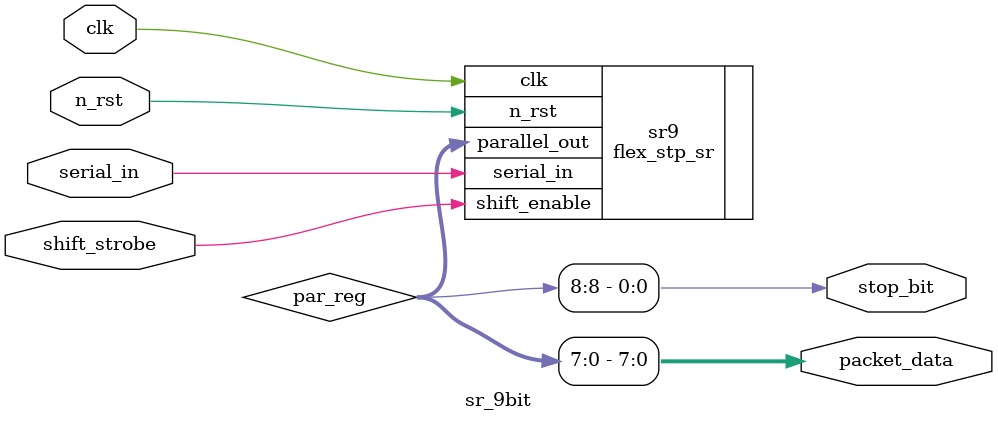
<source format=sv>
module sr_9bit (input logic clk, n_rst, shift_strobe, serial_in, output logic [7:0]packet_data, output logic stop_bit);
logic [8:0] par_reg;
flex_stp_sr #(.NUM_BITS(9),.SHIFT_MSB(0))sr9(.clk(clk),.n_rst(n_rst), .shift_enable(shift_strobe),.serial_in(serial_in),
.parallel_out(par_reg));
assign packet_data = par_reg[7:0];
assign stop_bit = par_reg[8];
endmodule
</source>
